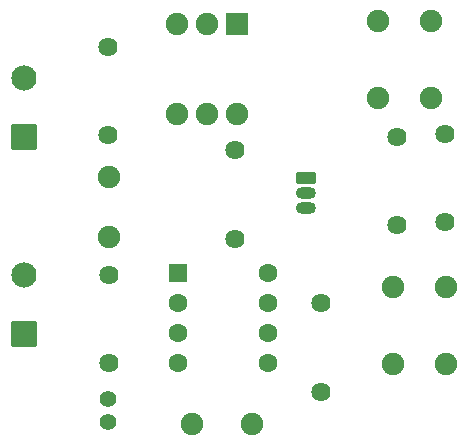
<source format=gbs>
G04 Layer: BottomSolderMaskLayer*
G04 EasyEDA v6.5.23, 2023-05-13 18:40:17*
G04 7dd84fb06793420390170bfe7a1cbe73,3fa23a13d3e040a79c425d4cbe1ed77c,10*
G04 Gerber Generator version 0.2*
G04 Scale: 100 percent, Rotated: No, Reflected: No *
G04 Dimensions in millimeters *
G04 leading zeros omitted , absolute positions ,4 integer and 5 decimal *
%FSLAX45Y45*%
%MOMM*%

%AMMACRO1*1,1,$1,$2,$3*1,1,$1,$4,$5*1,1,$1,0-$2,0-$3*1,1,$1,0-$4,0-$5*20,1,$1,$2,$3,$4,$5,0*20,1,$1,$4,$5,0-$2,0-$3,0*20,1,$1,0-$2,0-$3,0-$4,0-$5,0*20,1,$1,0-$4,0-$5,$2,$3,0*4,1,4,$2,$3,$4,$5,0-$2,0-$3,0-$4,0-$5,$2,$3,0*%
%ADD10C,1.9016*%
%ADD11C,1.4016*%
%ADD12MACRO1,0.1016X-1.016X-1.016X-1.016X1.016*%
%ADD13C,2.1336*%
%ADD14O,1.7015968X1.0015981999999999*%
%ADD15MACRO1,0.1016X0.8X0.45X0.8X-0.45*%
%ADD16C,1.6256*%
%ADD17MACRO1,0.1016X0.75X0.75X0.75X-0.75*%
%ADD18C,1.6016*%
%ADD19MACRO1,0.1016X0.9X0.9X0.9X-0.9*%

%LPD*%
D10*
G01*
X2311400Y863600D03*
G01*
X2819400Y863600D03*
G01*
X1612900Y2959100D03*
G01*
X1612900Y2451100D03*
D11*
G01*
X1600200Y1077899D03*
G01*
X1600200Y877900D03*
D12*
G01*
X889000Y3293109D03*
D13*
G01*
X889000Y3793489D03*
D12*
G01*
X889000Y1629409D03*
D13*
G01*
X889000Y2129789D03*
D14*
G01*
X3276600Y2692400D03*
G01*
X3276600Y2819400D03*
D15*
G01*
X3276599Y2946398D03*
D16*
G01*
X1600200Y3307994D03*
G01*
X1600200Y4058005D03*
G01*
X4051300Y2545994D03*
G01*
X4051300Y3296005D03*
G01*
X4457700Y2571394D03*
G01*
X4457700Y3321405D03*
G01*
X2679700Y3181705D03*
G01*
X2679700Y2431694D03*
G01*
X3403600Y1136294D03*
G01*
X3403600Y1886305D03*
G01*
X1612900Y2127605D03*
G01*
X1612900Y1377594D03*
D10*
G01*
X4339793Y4274693D03*
G01*
X4339793Y3624706D03*
G01*
X3889806Y4274693D03*
G01*
X3889806Y3624706D03*
G01*
X4016806Y1376806D03*
G01*
X4016806Y2026793D03*
G01*
X4466793Y1376806D03*
G01*
X4466793Y2026793D03*
D17*
G01*
X2197100Y2146300D03*
D18*
G01*
X2197100Y1892300D03*
G01*
X2197100Y1638300D03*
G01*
X2197100Y1384300D03*
G01*
X2959100Y2146300D03*
G01*
X2959100Y1892300D03*
G01*
X2959100Y1638300D03*
G01*
X2959100Y1384300D03*
D19*
G01*
X2692399Y4254499D03*
D10*
G01*
X2438400Y4254500D03*
G01*
X2184400Y4254500D03*
G01*
X2692400Y3492500D03*
G01*
X2438400Y3492500D03*
G01*
X2184400Y3492500D03*
M02*

</source>
